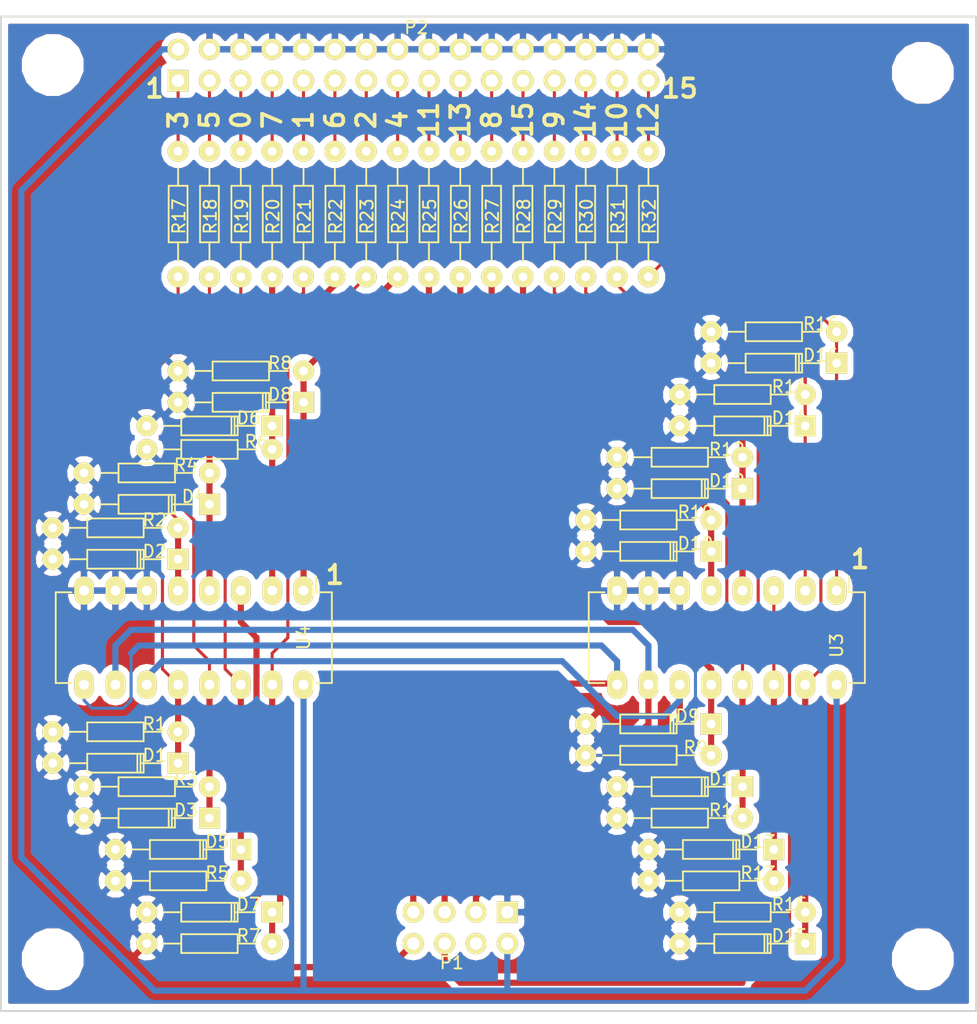
<source format=kicad_pcb>
(kicad_pcb (version 4) (host pcbnew 4.0.2+e4-6225~38~ubuntu15.10.1-stable)
  (layers (0 F.Cu signal) (31 B.Cu signal) (34 B.Paste user) (35 F.Paste user) (36 B.SilkS user) (37 F.SilkS user) (38 B.Mask user) (39 F.Mask user) (44 Edge.Cuts user))
  (net 0 "")
  (net 1 GND)
  (net 2 VCC)
  (net 3 /A)
  (net 4 /IN3)
  (net 5 /B)
  (net 6 /IN2)
  (net 7 /C)
  (net 8 /IN1)
  (net 9 /IN0)
  (net 10 /I0)
  (net 11 /I1)
  (net 12 /I2)
  (net 13 /I3)
  (net 14 /I4)
  (net 15 /I5)
  (net 16 /I6)
  (net 17 /I7)
  (net 18 /I8)
  (net 19 /I9)
  (net 20 /I10)
  (net 21 /I11)
  (net 22 /I12)
  (net 23 /I13)
  (net 24 /I14)
  (net 25 /I15)
  (net 26 /IN4)
  (net 27 /IN5)
  (net 28 /IN6)
  (net 29 /IN7)
  (net 30 /IN8)
  (net 31 /IN9)
  (net 32 /IN10)
  (net 33 /IN11)
  (net 34 /IN12)
  (net 35 /IN13)
  (net 36 /IN14)
  (net 37 /IN15)
  (net 38 /MUX1)
  (net 39 /MUX0)
  (module Mounting_Holes:MountingHole_4.5mm (layer F.Cu) (at 106.68 107.315)
    (fp_text reference "" (at 0 -5) (layer F.SilkS))
    (fp_text value "")
    (pad 1 np_thru_hole circle (at 0 0) (size 4 4) (drill 4) (layers *.Cu *.Mask F.SilkS))
  )
  (module Mounting_Holes:MountingHole_4.5mm (layer F.Cu) (at 36.195 107.315)
    (fp_text reference "" (at 0 -5) (layer F.SilkS))
    (fp_text value "")
    (pad 1 np_thru_hole circle (at 0 0) (size 4 4) (drill 4) (layers *.Cu *.Mask F.SilkS))
  )
  (module Mounting_Holes:MountingHole_4.5mm (layer F.Cu) (at 36.195 34.925)
    (fp_text reference "" (at 0 -5) (layer F.SilkS))
    (fp_text value "")
    (pad 1 np_thru_hole circle (at 0 0) (size 4 4) (drill 4) (layers *.Cu *.Mask F.SilkS))
  )
  (module Diodes_ThroughHole:Diode_DO-35_SOD27_Horizontal_RM10 (layer F.Cu) (at 46.355 91.44 180)
    (fp_text reference D1 (at 1.905 0.635 180) (layer F.SilkS))
    (fp_text value BAT85)
    (pad 2 thru_hole circle (at 10.16052 -0.00254) (size 1.69926 1.69926) (drill 0.70104) (layers *.Cu *.Mask F.SilkS) (net 1 GND))
    (pad 1 thru_hole rect (at 0.00052 -0.00254) (size 1.69926 1.69926) (drill 0.70104) (layers *.Cu *.Mask F.SilkS) (net 9 /IN0))
  )
  (module Diodes_ThroughHole:Diode_DO-35_SOD27_Horizontal_RM10 (layer F.Cu) (at 46.355 74.93 180)
    (fp_text reference D2 (at 1.905 0.635 180) (layer F.SilkS))
    (fp_text value BAT85)
    (pad 2 thru_hole circle (at 10.16052 -0.00254) (size 1.69926 1.69926) (drill 0.70104) (layers *.Cu *.Mask F.SilkS) (net 1 GND))
    (pad 1 thru_hole rect (at 0.00052 -0.00254) (size 1.69926 1.69926) (drill 0.70104) (layers *.Cu *.Mask F.SilkS) (net 8 /IN1))
  )
  (module Diodes_ThroughHole:Diode_DO-35_SOD27_Horizontal_RM10 (layer F.Cu) (at 48.895 95.885 180)
    (fp_text reference D3 (at 1.905 0.635 180) (layer F.SilkS))
    (fp_text value BAT85)
    (pad 2 thru_hole circle (at 10.16052 -0.00254) (size 1.69926 1.69926) (drill 0.70104) (layers *.Cu *.Mask F.SilkS) (net 1 GND))
    (pad 1 thru_hole rect (at 0.00052 -0.00254) (size 1.69926 1.69926) (drill 0.70104) (layers *.Cu *.Mask F.SilkS) (net 6 /IN2))
  )
  (module Diodes_ThroughHole:Diode_DO-35_SOD27_Horizontal_RM10 (layer F.Cu) (at 48.895 70.485 180)
    (fp_text reference D4 (at 1.27 0.635 180) (layer F.SilkS))
    (fp_text value BAT85)
    (pad 2 thru_hole circle (at 10.16052 -0.00254) (size 1.69926 1.69926) (drill 0.70104) (layers *.Cu *.Mask F.SilkS) (net 1 GND))
    (pad 1 thru_hole rect (at 0.00052 -0.00254) (size 1.69926 1.69926) (drill 0.70104) (layers *.Cu *.Mask F.SilkS) (net 4 /IN3))
  )
  (module Diodes_ThroughHole:Diode_DO-35_SOD27_Horizontal_RM10 (layer F.Cu) (at 51.435 98.425 180)
    (fp_text reference D5 (at 1.905 0.635 180) (layer F.SilkS))
    (fp_text value BAT85)
    (pad 2 thru_hole circle (at 10.16052 -0.00254) (size 1.69926 1.69926) (drill 0.70104) (layers *.Cu *.Mask F.SilkS) (net 1 GND))
    (pad 1 thru_hole rect (at 0.00052 -0.00254) (size 1.69926 1.69926) (drill 0.70104) (layers *.Cu *.Mask F.SilkS) (net 26 /IN4))
  )
  (module Diodes_ThroughHole:Diode_DO-35_SOD27_Horizontal_RM10 (layer F.Cu) (at 53.975 64.135 180)
    (fp_text reference D6 (at 1.905 0.635 180) (layer F.SilkS))
    (fp_text value BAT85)
    (pad 2 thru_hole circle (at 10.16052 -0.00254) (size 1.69926 1.69926) (drill 0.70104) (layers *.Cu *.Mask F.SilkS) (net 1 GND))
    (pad 1 thru_hole rect (at 0.00052 -0.00254) (size 1.69926 1.69926) (drill 0.70104) (layers *.Cu *.Mask F.SilkS) (net 27 /IN5))
  )
  (module Diodes_ThroughHole:Diode_DO-35_SOD27_Horizontal_RM10 (layer F.Cu) (at 53.975 103.505 180)
    (fp_text reference D7 (at 1.905 0.635 180) (layer F.SilkS))
    (fp_text value BAT85)
    (pad 2 thru_hole circle (at 10.16052 -0.00254) (size 1.69926 1.69926) (drill 0.70104) (layers *.Cu *.Mask F.SilkS) (net 1 GND))
    (pad 1 thru_hole rect (at 0.00052 -0.00254) (size 1.69926 1.69926) (drill 0.70104) (layers *.Cu *.Mask F.SilkS) (net 28 /IN6))
  )
  (module Diodes_ThroughHole:Diode_DO-35_SOD27_Horizontal_RM10 (layer F.Cu) (at 56.515 62.23 180)
    (fp_text reference D8 (at 1.905 0.635 180) (layer F.SilkS))
    (fp_text value BAT85)
    (pad 2 thru_hole circle (at 10.16052 -0.00254) (size 1.69926 1.69926) (drill 0.70104) (layers *.Cu *.Mask F.SilkS) (net 1 GND))
    (pad 1 thru_hole rect (at 0.00052 -0.00254) (size 1.69926 1.69926) (drill 0.70104) (layers *.Cu *.Mask F.SilkS) (net 29 /IN7))
  )
  (module Diodes_ThroughHole:Diode_DO-35_SOD27_Horizontal_RM10 (layer F.Cu) (at 89.535 88.265 180)
    (fp_text reference D9 (at 1.905 0.635 180) (layer F.SilkS))
    (fp_text value BAT85)
    (pad 2 thru_hole circle (at 10.16052 -0.00254) (size 1.69926 1.69926) (drill 0.70104) (layers *.Cu *.Mask F.SilkS) (net 1 GND))
    (pad 1 thru_hole rect (at 0.00052 -0.00254) (size 1.69926 1.69926) (drill 0.70104) (layers *.Cu *.Mask F.SilkS) (net 30 /IN8))
  )
  (module Diodes_ThroughHole:Diode_DO-35_SOD27_Horizontal_RM10 (layer F.Cu) (at 89.535 74.295 180)
    (fp_text reference D10 (at 1.27 0.635 180) (layer F.SilkS))
    (fp_text value BAT85)
    (pad 2 thru_hole circle (at 10.16052 -0.00254) (size 1.69926 1.69926) (drill 0.70104) (layers *.Cu *.Mask F.SilkS) (net 1 GND))
    (pad 1 thru_hole rect (at 0.00052 -0.00254) (size 1.69926 1.69926) (drill 0.70104) (layers *.Cu *.Mask F.SilkS) (net 31 /IN9))
  )
  (module Diodes_ThroughHole:Diode_DO-35_SOD27_Horizontal_RM10 (layer F.Cu) (at 92.075 93.345 180)
    (fp_text reference D11 (at 1.27 0.635 180) (layer F.SilkS))
    (fp_text value BAT85)
    (pad 2 thru_hole circle (at 10.16052 -0.00254) (size 1.69926 1.69926) (drill 0.70104) (layers *.Cu *.Mask F.SilkS) (net 1 GND))
    (pad 1 thru_hole rect (at 0.00052 -0.00254) (size 1.69926 1.69926) (drill 0.70104) (layers *.Cu *.Mask F.SilkS) (net 32 /IN10))
  )
  (module Diodes_ThroughHole:Diode_DO-35_SOD27_Horizontal_RM10 (layer F.Cu) (at 92.075 69.215 180)
    (fp_text reference D12 (at 1.27 0.635 180) (layer F.SilkS))
    (fp_text value BAT85)
    (pad 2 thru_hole circle (at 10.16052 -0.00254) (size 1.69926 1.69926) (drill 0.70104) (layers *.Cu *.Mask F.SilkS) (net 1 GND))
    (pad 1 thru_hole rect (at 0.00052 -0.00254) (size 1.69926 1.69926) (drill 0.70104) (layers *.Cu *.Mask F.SilkS) (net 33 /IN11))
  )
  (module Diodes_ThroughHole:Diode_DO-35_SOD27_Horizontal_RM10 (layer F.Cu) (at 94.615 98.425 180)
    (fp_text reference D13 (at 1.27 0.635 180) (layer F.SilkS))
    (fp_text value BAT85)
    (pad 2 thru_hole circle (at 10.16052 -0.00254) (size 1.69926 1.69926) (drill 0.70104) (layers *.Cu *.Mask F.SilkS) (net 1 GND))
    (pad 1 thru_hole rect (at 0.00052 -0.00254) (size 1.69926 1.69926) (drill 0.70104) (layers *.Cu *.Mask F.SilkS) (net 34 /IN12))
  )
  (module Diodes_ThroughHole:Diode_DO-35_SOD27_Horizontal_RM10 (layer F.Cu) (at 97.155 64.135 180)
    (fp_text reference D14 (at 1.27 0.635 180) (layer F.SilkS))
    (fp_text value BAT85)
    (pad 2 thru_hole circle (at 10.16052 -0.00254) (size 1.69926 1.69926) (drill 0.70104) (layers *.Cu *.Mask F.SilkS) (net 1 GND))
    (pad 1 thru_hole rect (at 0.00052 -0.00254) (size 1.69926 1.69926) (drill 0.70104) (layers *.Cu *.Mask F.SilkS) (net 35 /IN13))
  )
  (module Diodes_ThroughHole:Diode_DO-35_SOD27_Horizontal_RM10 (layer F.Cu) (at 97.155 106.045 180)
    (fp_text reference D15 (at 1.27 0.635 180) (layer F.SilkS))
    (fp_text value BAT85)
    (pad 2 thru_hole circle (at 10.16052 -0.00254) (size 1.69926 1.69926) (drill 0.70104) (layers *.Cu *.Mask F.SilkS) (net 1 GND))
    (pad 1 thru_hole rect (at 0.00052 -0.00254) (size 1.69926 1.69926) (drill 0.70104) (layers *.Cu *.Mask F.SilkS) (net 36 /IN14))
  )
  (module Diodes_ThroughHole:Diode_DO-35_SOD27_Horizontal_RM10 (layer F.Cu) (at 99.695 59.055 180)
    (fp_text reference D16 (at 1.27 0.635 180) (layer F.SilkS))
    (fp_text value BAT85)
    (pad 2 thru_hole circle (at 10.16052 -0.00254) (size 1.69926 1.69926) (drill 0.70104) (layers *.Cu *.Mask F.SilkS) (net 1 GND))
    (pad 1 thru_hole rect (at 0.00052 -0.00254) (size 1.69926 1.69926) (drill 0.70104) (layers *.Cu *.Mask F.SilkS) (net 37 /IN15))
  )
  (module Housings_DIP:DIP-16_W7.62mm_LongPads (layer F.Cu) (at 99.695 77.47 270)
    (fp_text reference U3 (at 4.445 0 270) (layer F.SilkS))
    (fp_text value 4051)
    (pad 1 thru_hole oval (at 0 0 270) (size 2.3 1.6) (drill 0.8) (layers *.Cu *.Mask F.SilkS) (net 37 /IN15))
    (pad 2 thru_hole oval (at 0 2.54 270) (size 2.3 1.6) (drill 0.8) (layers *.Cu *.Mask F.SilkS) (net 35 /IN13))
    (pad 3 thru_hole oval (at 0 5.08 270) (size 2.3 1.6) (drill 0.8) (layers *.Cu *.Mask F.SilkS) (net 38 /MUX1))
    (pad 4 thru_hole oval (at 0 7.62 270) (size 2.3 1.6) (drill 0.8) (layers *.Cu *.Mask F.SilkS) (net 33 /IN11))
    (pad 5 thru_hole oval (at 0 10.16 270) (size 2.3 1.6) (drill 0.8) (layers *.Cu *.Mask F.SilkS) (net 31 /IN9))
    (pad 6 thru_hole oval (at 0 12.7 270) (size 2.3 1.6) (drill 0.8) (layers *.Cu *.Mask F.SilkS) (net 1 GND))
    (pad 7 thru_hole oval (at 0 15.24 270) (size 2.3 1.6) (drill 0.8) (layers *.Cu *.Mask F.SilkS) (net 1 GND))
    (pad 8 thru_hole oval (at 0 17.78 270) (size 2.3 1.6) (drill 0.8) (layers *.Cu *.Mask F.SilkS) (net 1 GND))
    (pad 9 thru_hole oval (at 7.62 17.78 270) (size 2.3 1.6) (drill 0.8) (layers *.Cu *.Mask F.SilkS) (net 7 /C))
    (pad 10 thru_hole oval (at 7.62 15.24 270) (size 2.3 1.6) (drill 0.8) (layers *.Cu *.Mask F.SilkS) (net 5 /B))
    (pad 11 thru_hole oval (at 7.62 12.7 270) (size 2.3 1.6) (drill 0.8) (layers *.Cu *.Mask F.SilkS) (net 3 /A))
    (pad 12 thru_hole oval (at 7.62 10.16 270) (size 2.3 1.6) (drill 0.8) (layers *.Cu *.Mask F.SilkS) (net 30 /IN8))
    (pad 13 thru_hole oval (at 7.62 7.62 270) (size 2.3 1.6) (drill 0.8) (layers *.Cu *.Mask F.SilkS) (net 32 /IN10))
    (pad 14 thru_hole oval (at 7.62 5.08 270) (size 2.3 1.6) (drill 0.8) (layers *.Cu *.Mask F.SilkS) (net 34 /IN12))
    (pad 15 thru_hole oval (at 7.62 2.54 270) (size 2.3 1.6) (drill 0.8) (layers *.Cu *.Mask F.SilkS) (net 36 /IN14))
    (pad 16 thru_hole oval (at 7.62 0 270) (size 2.3 1.6) (drill 0.8) (layers *.Cu *.Mask F.SilkS) (net 2 VCC))
  )
  (module Housings_DIP:DIP-16_W7.62mm_LongPads (layer F.Cu) (at 56.515 77.47 270)
    (fp_text reference U4 (at 3.81 0 270) (layer F.SilkS))
    (fp_text value 4051)
    (pad 1 thru_hole oval (at 0 0 270) (size 2.3 1.6) (drill 0.8) (layers *.Cu *.Mask F.SilkS) (net 29 /IN7))
    (pad 2 thru_hole oval (at 0 2.54 270) (size 2.3 1.6) (drill 0.8) (layers *.Cu *.Mask F.SilkS) (net 27 /IN5))
    (pad 3 thru_hole oval (at 0 5.08 270) (size 2.3 1.6) (drill 0.8) (layers *.Cu *.Mask F.SilkS) (net 39 /MUX0))
    (pad 4 thru_hole oval (at 0 7.62 270) (size 2.3 1.6) (drill 0.8) (layers *.Cu *.Mask F.SilkS) (net 4 /IN3))
    (pad 5 thru_hole oval (at 0 10.16 270) (size 2.3 1.6) (drill 0.8) (layers *.Cu *.Mask F.SilkS) (net 8 /IN1))
    (pad 6 thru_hole oval (at 0 12.7 270) (size 2.3 1.6) (drill 0.8) (layers *.Cu *.Mask F.SilkS) (net 1 GND))
    (pad 7 thru_hole oval (at 0 15.24 270) (size 2.3 1.6) (drill 0.8) (layers *.Cu *.Mask F.SilkS) (net 1 GND))
    (pad 8 thru_hole oval (at 0 17.78 270) (size 2.3 1.6) (drill 0.8) (layers *.Cu *.Mask F.SilkS) (net 1 GND))
    (pad 9 thru_hole oval (at 7.62 17.78 270) (size 2.3 1.6) (drill 0.8) (layers *.Cu *.Mask F.SilkS) (net 7 /C))
    (pad 10 thru_hole oval (at 7.62 15.24 270) (size 2.3 1.6) (drill 0.8) (layers *.Cu *.Mask F.SilkS) (net 5 /B))
    (pad 11 thru_hole oval (at 7.62 12.7 270) (size 2.3 1.6) (drill 0.8) (layers *.Cu *.Mask F.SilkS) (net 3 /A))
    (pad 12 thru_hole oval (at 7.62 10.16 270) (size 2.3 1.6) (drill 0.8) (layers *.Cu *.Mask F.SilkS) (net 9 /IN0))
    (pad 13 thru_hole oval (at 7.62 7.62 270) (size 2.3 1.6) (drill 0.8) (layers *.Cu *.Mask F.SilkS) (net 6 /IN2))
    (pad 14 thru_hole oval (at 7.62 5.08 270) (size 2.3 1.6) (drill 0.8) (layers *.Cu *.Mask F.SilkS) (net 26 /IN4))
    (pad 15 thru_hole oval (at 7.62 2.54 270) (size 2.3 1.6) (drill 0.8) (layers *.Cu *.Mask F.SilkS) (net 28 /IN6))
    (pad 16 thru_hole oval (at 7.62 0 270) (size 2.3 1.6) (drill 0.8) (layers *.Cu *.Mask F.SilkS) (net 2 VCC))
  )
  (module Resistors_ThroughHole:RES35 (layer F.Cu) (at 46.355 88.9 180)
    (fp_text reference R1 (at 1.905 0.635 180) (layer F.SilkS))
    (fp_text value 4K7)
    (pad 2 thru_hole circle (at 10.16052 -0.00254) (size 1.69926 1.69926) (drill 0.70104) (layers *.Cu *.Mask F.SilkS) (net 1 GND))
    (pad 1 thru_hole circle (at 0.00052 -0.00254) (size 1.69926 1.69926) (drill 0.70104) (layers *.Cu *.Mask F.SilkS) (net 9 /IN0))
  )
  (module Resistors_ThroughHole:RES35 (layer F.Cu) (at 46.355 72.39 180)
    (fp_text reference R2 (at 1.905 0.635 180) (layer F.SilkS))
    (fp_text value 4K7)
    (pad 2 thru_hole circle (at 10.16052 -0.00254) (size 1.69926 1.69926) (drill 0.70104) (layers *.Cu *.Mask F.SilkS) (net 1 GND))
    (pad 1 thru_hole circle (at 0.00052 -0.00254) (size 1.69926 1.69926) (drill 0.70104) (layers *.Cu *.Mask F.SilkS) (net 8 /IN1))
  )
  (module Resistors_ThroughHole:RES35 (layer F.Cu) (at 48.895 93.345 180)
    (fp_text reference R3 (at 1.905 0.635 180) (layer F.SilkS))
    (fp_text value 4K7)
    (pad 2 thru_hole circle (at 10.16052 -0.00254) (size 1.69926 1.69926) (drill 0.70104) (layers *.Cu *.Mask F.SilkS) (net 1 GND))
    (pad 1 thru_hole circle (at 0.00052 -0.00254) (size 1.69926 1.69926) (drill 0.70104) (layers *.Cu *.Mask F.SilkS) (net 6 /IN2))
  )
  (module Resistors_ThroughHole:RES35 (layer F.Cu) (at 48.895 67.945 180)
    (fp_text reference R4 (at 1.905 0.635 180) (layer F.SilkS))
    (fp_text value 4K7)
    (pad 2 thru_hole circle (at 10.16052 -0.00254) (size 1.69926 1.69926) (drill 0.70104) (layers *.Cu *.Mask F.SilkS) (net 1 GND))
    (pad 1 thru_hole circle (at 0.00052 -0.00254) (size 1.69926 1.69926) (drill 0.70104) (layers *.Cu *.Mask F.SilkS) (net 4 /IN3))
  )
  (module Resistors_ThroughHole:RES35 (layer F.Cu) (at 51.435 100.965 180)
    (fp_text reference R5 (at 1.905 0.635 180) (layer F.SilkS))
    (fp_text value 4K7)
    (pad 2 thru_hole circle (at 10.16052 -0.00254) (size 1.69926 1.69926) (drill 0.70104) (layers *.Cu *.Mask F.SilkS) (net 1 GND))
    (pad 1 thru_hole circle (at 0.00052 -0.00254) (size 1.69926 1.69926) (drill 0.70104) (layers *.Cu *.Mask F.SilkS) (net 26 /IN4))
  )
  (module Resistors_ThroughHole:RES35 (layer F.Cu) (at 53.975 66.04 180)
    (fp_text reference R6 (at 1.27 0.635 180) (layer F.SilkS))
    (fp_text value 4K7)
    (pad 2 thru_hole circle (at 10.16052 -0.00254) (size 1.69926 1.69926) (drill 0.70104) (layers *.Cu *.Mask F.SilkS) (net 1 GND))
    (pad 1 thru_hole circle (at 0.00052 -0.00254) (size 1.69926 1.69926) (drill 0.70104) (layers *.Cu *.Mask F.SilkS) (net 27 /IN5))
  )
  (module Resistors_ThroughHole:RES35 (layer F.Cu) (at 53.975 106.045 180)
    (fp_text reference R7 (at 1.905 0.635 180) (layer F.SilkS))
    (fp_text value 4K7)
    (pad 2 thru_hole circle (at 10.16052 -0.00254) (size 1.69926 1.69926) (drill 0.70104) (layers *.Cu *.Mask F.SilkS) (net 1 GND))
    (pad 1 thru_hole circle (at 0.00052 -0.00254) (size 1.69926 1.69926) (drill 0.70104) (layers *.Cu *.Mask F.SilkS) (net 28 /IN6))
  )
  (module Resistors_ThroughHole:RES35 (layer F.Cu) (at 56.515 59.69 180)
    (fp_text reference R8 (at 1.905 0.635 180) (layer F.SilkS))
    (fp_text value 4K7)
    (pad 2 thru_hole circle (at 10.16052 -0.00254) (size 1.69926 1.69926) (drill 0.70104) (layers *.Cu *.Mask F.SilkS) (net 1 GND))
    (pad 1 thru_hole circle (at 0.00052 -0.00254) (size 1.69926 1.69926) (drill 0.70104) (layers *.Cu *.Mask F.SilkS) (net 29 /IN7))
  )
  (module Resistors_ThroughHole:RES35 (layer F.Cu) (at 89.535 90.805 180)
    (fp_text reference R9 (at 1.27 0.635 180) (layer F.SilkS))
    (fp_text value 4K7)
    (pad 2 thru_hole circle (at 10.16052 -0.00254) (size 1.69926 1.69926) (drill 0.70104) (layers *.Cu *.Mask F.SilkS) (net 1 GND))
    (pad 1 thru_hole circle (at 0.00052 -0.00254) (size 1.69926 1.69926) (drill 0.70104) (layers *.Cu *.Mask F.SilkS) (net 30 /IN8))
  )
  (module Resistors_ThroughHole:RES35 (layer F.Cu) (at 89.535 71.755 180)
    (fp_text reference R10 (at 1.27 0.635 180) (layer F.SilkS))
    (fp_text value 4K7)
    (pad 2 thru_hole circle (at 10.16052 -0.00254) (size 1.69926 1.69926) (drill 0.70104) (layers *.Cu *.Mask F.SilkS) (net 1 GND))
    (pad 1 thru_hole circle (at 0.00052 -0.00254) (size 1.69926 1.69926) (drill 0.70104) (layers *.Cu *.Mask F.SilkS) (net 31 /IN9))
  )
  (module Resistors_ThroughHole:RES35 (layer F.Cu) (at 92.075 95.885 180)
    (fp_text reference R11 (at 1.27 0.635 180) (layer F.SilkS))
    (fp_text value 4K7)
    (pad 2 thru_hole circle (at 10.16052 -0.00254) (size 1.69926 1.69926) (drill 0.70104) (layers *.Cu *.Mask F.SilkS) (net 1 GND))
    (pad 1 thru_hole circle (at 0.00052 -0.00254) (size 1.69926 1.69926) (drill 0.70104) (layers *.Cu *.Mask F.SilkS) (net 32 /IN10))
  )
  (module Resistors_ThroughHole:RES35 (layer F.Cu) (at 92.075 66.675 180)
    (fp_text reference R12 (at 1.27 0.635 180) (layer F.SilkS))
    (fp_text value 4K7)
    (pad 2 thru_hole circle (at 10.16052 -0.00254) (size 1.69926 1.69926) (drill 0.70104) (layers *.Cu *.Mask F.SilkS) (net 1 GND))
    (pad 1 thru_hole circle (at 0.00052 -0.00254) (size 1.69926 1.69926) (drill 0.70104) (layers *.Cu *.Mask F.SilkS) (net 33 /IN11))
  )
  (module Resistors_ThroughHole:RES35 (layer F.Cu) (at 94.615 100.965 180)
    (fp_text reference R13 (at 1.27 0.635 180) (layer F.SilkS))
    (fp_text value 4K7)
    (pad 2 thru_hole circle (at 10.16052 -0.00254) (size 1.69926 1.69926) (drill 0.70104) (layers *.Cu *.Mask F.SilkS) (net 1 GND))
    (pad 1 thru_hole circle (at 0.00052 -0.00254) (size 1.69926 1.69926) (drill 0.70104) (layers *.Cu *.Mask F.SilkS) (net 34 /IN12))
  )
  (module Resistors_ThroughHole:RES35 (layer F.Cu) (at 97.155 61.595 180)
    (fp_text reference R14 (at 1.27 0.635 180) (layer F.SilkS))
    (fp_text value 4K7)
    (pad 2 thru_hole circle (at 10.16052 -0.00254) (size 1.69926 1.69926) (drill 0.70104) (layers *.Cu *.Mask F.SilkS) (net 1 GND))
    (pad 1 thru_hole circle (at 0.00052 -0.00254) (size 1.69926 1.69926) (drill 0.70104) (layers *.Cu *.Mask F.SilkS) (net 35 /IN13))
  )
  (module Resistors_ThroughHole:RES35 (layer F.Cu) (at 97.155 103.505 180)
    (fp_text reference R15 (at 1.27 0.635 180) (layer F.SilkS))
    (fp_text value 4K7)
    (pad 2 thru_hole circle (at 10.16052 -0.00254) (size 1.69926 1.69926) (drill 0.70104) (layers *.Cu *.Mask F.SilkS) (net 1 GND))
    (pad 1 thru_hole circle (at 0.00052 -0.00254) (size 1.69926 1.69926) (drill 0.70104) (layers *.Cu *.Mask F.SilkS) (net 36 /IN14))
  )
  (module Resistors_ThroughHole:RES35 (layer F.Cu) (at 99.695 56.515 180)
    (fp_text reference R16 (at 1.27 0.635 180) (layer F.SilkS))
    (fp_text value 4K7)
    (pad 2 thru_hole circle (at 10.16052 -0.00254) (size 1.69926 1.69926) (drill 0.70104) (layers *.Cu *.Mask F.SilkS) (net 1 GND))
    (pad 1 thru_hole circle (at 0.00052 -0.00254) (size 1.69926 1.69926) (drill 0.70104) (layers *.Cu *.Mask F.SilkS) (net 37 /IN15))
  )
  (module Resistors_ThroughHole:RES35 (layer F.Cu) (at 46.355 52.07 90)
    (fp_text reference R17 (at 4.8895 0.0635 90) (layer F.SilkS))
    (fp_text value 100)
    (pad 2 thru_hole circle (at 10.16052 -0.00254 270) (size 1.69926 1.69926) (drill 0.70104) (layers *.Cu *.Mask F.SilkS) (net 10 /I0))
    (pad 1 thru_hole circle (at 0.00052 -0.00254 270) (size 1.69926 1.69926) (drill 0.70104) (layers *.Cu *.Mask F.SilkS) (net 9 /IN0))
  )
  (module Resistors_ThroughHole:RES35 (layer F.Cu) (at 48.895 52.07 90)
    (fp_text reference R18 (at 4.8895 0.0635 90) (layer F.SilkS))
    (fp_text value 100)
    (pad 2 thru_hole circle (at 10.16052 -0.00254 270) (size 1.69926 1.69926) (drill 0.70104) (layers *.Cu *.Mask F.SilkS) (net 11 /I1))
    (pad 1 thru_hole circle (at 0.00052 -0.00254 270) (size 1.69926 1.69926) (drill 0.70104) (layers *.Cu *.Mask F.SilkS) (net 8 /IN1))
  )
  (module Resistors_ThroughHole:RES35 (layer F.Cu) (at 51.435 52.07 90)
    (fp_text reference R19 (at 4.8895 0.0635 90) (layer F.SilkS))
    (fp_text value 100)
    (pad 2 thru_hole circle (at 10.16052 -0.00254 270) (size 1.69926 1.69926) (drill 0.70104) (layers *.Cu *.Mask F.SilkS) (net 12 /I2))
    (pad 1 thru_hole circle (at 0.00052 -0.00254 270) (size 1.69926 1.69926) (drill 0.70104) (layers *.Cu *.Mask F.SilkS) (net 6 /IN2))
  )
  (module Resistors_ThroughHole:RES35 (layer F.Cu) (at 53.975 52.07 90)
    (fp_text reference R20 (at 4.8895 0.0635 90) (layer F.SilkS))
    (fp_text value 100)
    (pad 2 thru_hole circle (at 10.16052 -0.00254 270) (size 1.69926 1.69926) (drill 0.70104) (layers *.Cu *.Mask F.SilkS) (net 13 /I3))
    (pad 1 thru_hole circle (at 0.00052 -0.00254 270) (size 1.69926 1.69926) (drill 0.70104) (layers *.Cu *.Mask F.SilkS) (net 4 /IN3))
  )
  (module Resistors_ThroughHole:RES35 (layer F.Cu) (at 56.515 52.07 90)
    (fp_text reference R21 (at 4.8895 0.0635 90) (layer F.SilkS))
    (fp_text value 100)
    (pad 2 thru_hole circle (at 10.16052 -0.00254 270) (size 1.69926 1.69926) (drill 0.70104) (layers *.Cu *.Mask F.SilkS) (net 14 /I4))
    (pad 1 thru_hole circle (at 0.00052 -0.00254 270) (size 1.69926 1.69926) (drill 0.70104) (layers *.Cu *.Mask F.SilkS) (net 26 /IN4))
  )
  (module Resistors_ThroughHole:RES35 (layer F.Cu) (at 59.055 52.07 90)
    (fp_text reference R22 (at 4.8895 0.0635 90) (layer F.SilkS))
    (fp_text value 100)
    (pad 2 thru_hole circle (at 10.16052 -0.00254 270) (size 1.69926 1.69926) (drill 0.70104) (layers *.Cu *.Mask F.SilkS) (net 15 /I5))
    (pad 1 thru_hole circle (at 0.00052 -0.00254 270) (size 1.69926 1.69926) (drill 0.70104) (layers *.Cu *.Mask F.SilkS) (net 27 /IN5))
  )
  (module Resistors_ThroughHole:RES35 (layer F.Cu) (at 61.595 52.07 90)
    (fp_text reference R23 (at 4.8895 0.0635 90) (layer F.SilkS))
    (fp_text value 100)
    (pad 2 thru_hole circle (at 10.16052 -0.00254 270) (size 1.69926 1.69926) (drill 0.70104) (layers *.Cu *.Mask F.SilkS) (net 16 /I6))
    (pad 1 thru_hole circle (at 0.00052 -0.00254 270) (size 1.69926 1.69926) (drill 0.70104) (layers *.Cu *.Mask F.SilkS) (net 28 /IN6))
  )
  (module Resistors_ThroughHole:RES35 (layer F.Cu) (at 64.135 52.07 90)
    (fp_text reference R24 (at 4.8895 0.0635 90) (layer F.SilkS))
    (fp_text value 100)
    (pad 2 thru_hole circle (at 10.16052 -0.00254 270) (size 1.69926 1.69926) (drill 0.70104) (layers *.Cu *.Mask F.SilkS) (net 17 /I7))
    (pad 1 thru_hole circle (at 0.00052 -0.00254 270) (size 1.69926 1.69926) (drill 0.70104) (layers *.Cu *.Mask F.SilkS) (net 29 /IN7))
  )
  (module Resistors_ThroughHole:RES35 (layer F.Cu) (at 66.675 52.07 90)
    (fp_text reference R25 (at 4.8895 0.0635 90) (layer F.SilkS))
    (fp_text value 100)
    (pad 2 thru_hole circle (at 10.16052 -0.00254 270) (size 1.69926 1.69926) (drill 0.70104) (layers *.Cu *.Mask F.SilkS) (net 18 /I8))
    (pad 1 thru_hole circle (at 0.00052 -0.00254 270) (size 1.69926 1.69926) (drill 0.70104) (layers *.Cu *.Mask F.SilkS) (net 30 /IN8))
  )
  (module Resistors_ThroughHole:RES35 (layer F.Cu) (at 69.215 52.07 90)
    (fp_text reference R26 (at 4.8895 0.0635 90) (layer F.SilkS))
    (fp_text value 100)
    (pad 2 thru_hole circle (at 10.16052 -0.00254 270) (size 1.69926 1.69926) (drill 0.70104) (layers *.Cu *.Mask F.SilkS) (net 19 /I9))
    (pad 1 thru_hole circle (at 0.00052 -0.00254 270) (size 1.69926 1.69926) (drill 0.70104) (layers *.Cu *.Mask F.SilkS) (net 31 /IN9))
  )
  (module Resistors_ThroughHole:RES35 (layer F.Cu) (at 71.755 52.07 90)
    (fp_text reference R27 (at 4.8895 0.0635 90) (layer F.SilkS))
    (fp_text value 100)
    (pad 2 thru_hole circle (at 10.16052 -0.00254 270) (size 1.69926 1.69926) (drill 0.70104) (layers *.Cu *.Mask F.SilkS) (net 20 /I10))
    (pad 1 thru_hole circle (at 0.00052 -0.00254 270) (size 1.69926 1.69926) (drill 0.70104) (layers *.Cu *.Mask F.SilkS) (net 32 /IN10))
  )
  (module Resistors_ThroughHole:RES35 (layer F.Cu) (at 74.295 52.07 90)
    (fp_text reference R28 (at 4.8895 0.0635 90) (layer F.SilkS))
    (fp_text value 100)
    (pad 2 thru_hole circle (at 10.16052 -0.00254 270) (size 1.69926 1.69926) (drill 0.70104) (layers *.Cu *.Mask F.SilkS) (net 21 /I11))
    (pad 1 thru_hole circle (at 0.00052 -0.00254 270) (size 1.69926 1.69926) (drill 0.70104) (layers *.Cu *.Mask F.SilkS) (net 33 /IN11))
  )
  (module Resistors_ThroughHole:RES35 (layer F.Cu) (at 76.835 52.07 90)
    (fp_text reference R29 (at 4.8895 0.0635 90) (layer F.SilkS))
    (fp_text value 100)
    (pad 2 thru_hole circle (at 10.16052 -0.00254 270) (size 1.69926 1.69926) (drill 0.70104) (layers *.Cu *.Mask F.SilkS) (net 22 /I12))
    (pad 1 thru_hole circle (at 0.00052 -0.00254 270) (size 1.69926 1.69926) (drill 0.70104) (layers *.Cu *.Mask F.SilkS) (net 34 /IN12))
  )
  (module Resistors_ThroughHole:RES35 (layer F.Cu) (at 79.375 52.07 90)
    (fp_text reference R30 (at 4.8895 0.0635 90) (layer F.SilkS))
    (fp_text value 100)
    (pad 2 thru_hole circle (at 10.16052 -0.00254 270) (size 1.69926 1.69926) (drill 0.70104) (layers *.Cu *.Mask F.SilkS) (net 23 /I13))
    (pad 1 thru_hole circle (at 0.00052 -0.00254 270) (size 1.69926 1.69926) (drill 0.70104) (layers *.Cu *.Mask F.SilkS) (net 35 /IN13))
  )
  (module Resistors_ThroughHole:RES35 (layer F.Cu) (at 81.915 52.07 90)
    (fp_text reference R31 (at 4.8895 0.0635 90) (layer F.SilkS))
    (fp_text value 100)
    (pad 2 thru_hole circle (at 10.16052 -0.00254 270) (size 1.69926 1.69926) (drill 0.70104) (layers *.Cu *.Mask F.SilkS) (net 24 /I14))
    (pad 1 thru_hole circle (at 0.00052 -0.00254 270) (size 1.69926 1.69926) (drill 0.70104) (layers *.Cu *.Mask F.SilkS) (net 36 /IN14))
  )
  (module Resistors_ThroughHole:RES35 (layer F.Cu) (at 84.455 52.07 90)
    (fp_text reference R32 (at 4.8895 0.0635 90) (layer F.SilkS))
    (fp_text value 100)
    (pad 2 thru_hole circle (at 10.16052 -0.00254 270) (size 1.69926 1.69926) (drill 0.70104) (layers *.Cu *.Mask F.SilkS) (net 25 /I15))
    (pad 1 thru_hole circle (at 0.00052 -0.00254 270) (size 1.69926 1.69926) (drill 0.70104) (layers *.Cu *.Mask F.SilkS) (net 37 /IN15))
  )
  (module Connect:Header_Straight_8pins (layer F.Cu) (at 73.025 103.505 180)
    (fp_text reference P1 (at 4.5 -4.1 180) (layer F.SilkS))
    (fp_text value CONN_02X04)
    (pad 1 thru_hole rect (at 0 0 180) (size 1.7272 1.7272) (drill 1.016) (layers *.Cu *.Mask F.SilkS) (net 1 GND))
    (pad 2 thru_hole oval (at 0 -2.54 180) (size 1.7272 1.7272) (drill 1.016) (layers *.Cu *.Mask F.SilkS) (net 2 VCC))
    (pad 3 thru_hole oval (at 2.54 0 180) (size 1.7272 1.7272) (drill 1.016) (layers *.Cu *.Mask F.SilkS) (net 3 /A))
    (pad 4 thru_hole oval (at 2.54 -2.54 180) (size 1.7272 1.7272) (drill 1.016) (layers *.Cu *.Mask F.SilkS))
    (pad 5 thru_hole oval (at 5.08 0 180) (size 1.7272 1.7272) (drill 1.016) (layers *.Cu *.Mask F.SilkS) (net 5 /B))
    (pad 6 thru_hole oval (at 5.08 -2.54 180) (size 1.7272 1.7272) (drill 1.016) (layers *.Cu *.Mask F.SilkS) (net 38 /MUX1))
    (pad 7 thru_hole oval (at 7.62 0 180) (size 1.7272 1.7272) (drill 1.016) (layers *.Cu *.Mask F.SilkS) (net 7 /C))
    (pad 8 thru_hole oval (at 7.62 -2.54 180) (size 1.7272 1.7272) (drill 1.016) (layers *.Cu *.Mask F.SilkS) (net 39 /MUX0))
  )
  (module Connect:Header_Straight_32pins (layer F.Cu) (at 46.355 36.195)
    (fp_text reference P2 (at 19.3 -4.3) (layer F.SilkS))
    (fp_text value CONN_02X16)
    (pad 1 thru_hole rect (at 0 0) (size 1.7272 1.7272) (drill 1.016) (layers *.Cu *.Mask F.SilkS) (net 10 /I0))
    (pad 2 thru_hole oval (at 0 -2.54) (size 1.7272 1.7272) (drill 1.016) (layers *.Cu *.Mask F.SilkS) (net 2 VCC))
    (pad 3 thru_hole oval (at 2.54 0) (size 1.7272 1.7272) (drill 1.016) (layers *.Cu *.Mask F.SilkS) (net 11 /I1))
    (pad 4 thru_hole oval (at 2.54 -2.54) (size 1.7272 1.7272) (drill 1.016) (layers *.Cu *.Mask F.SilkS) (net 1 GND))
    (pad 5 thru_hole oval (at 5.08 0) (size 1.7272 1.7272) (drill 1.016) (layers *.Cu *.Mask F.SilkS) (net 12 /I2))
    (pad 6 thru_hole oval (at 5.08 -2.54) (size 1.7272 1.7272) (drill 1.016) (layers *.Cu *.Mask F.SilkS) (net 1 GND))
    (pad 7 thru_hole oval (at 7.62 0) (size 1.7272 1.7272) (drill 1.016) (layers *.Cu *.Mask F.SilkS) (net 13 /I3))
    (pad 8 thru_hole oval (at 7.62 -2.54) (size 1.7272 1.7272) (drill 1.016) (layers *.Cu *.Mask F.SilkS) (net 1 GND))
    (pad 9 thru_hole oval (at 10.16 0) (size 1.7272 1.7272) (drill 1.016) (layers *.Cu *.Mask F.SilkS) (net 14 /I4))
    (pad 10 thru_hole oval (at 10.16 -2.54) (size 1.7272 1.7272) (drill 1.016) (layers *.Cu *.Mask F.SilkS) (net 1 GND))
    (pad 11 thru_hole oval (at 12.7 0) (size 1.7272 1.7272) (drill 1.016) (layers *.Cu *.Mask F.SilkS) (net 15 /I5))
    (pad 12 thru_hole oval (at 12.7 -2.54) (size 1.7272 1.7272) (drill 1.016) (layers *.Cu *.Mask F.SilkS) (net 1 GND))
    (pad 13 thru_hole oval (at 15.24 0) (size 1.7272 1.7272) (drill 1.016) (layers *.Cu *.Mask F.SilkS) (net 16 /I6))
    (pad 14 thru_hole oval (at 15.24 -2.54) (size 1.7272 1.7272) (drill 1.016) (layers *.Cu *.Mask F.SilkS) (net 1 GND))
    (pad 15 thru_hole oval (at 17.78 0) (size 1.7272 1.7272) (drill 1.016) (layers *.Cu *.Mask F.SilkS) (net 17 /I7))
    (pad 16 thru_hole oval (at 17.78 -2.54) (size 1.7272 1.7272) (drill 1.016) (layers *.Cu *.Mask F.SilkS) (net 1 GND))
    (pad 17 thru_hole oval (at 20.32 0) (size 1.7272 1.7272) (drill 1.016) (layers *.Cu *.Mask F.SilkS) (net 18 /I8))
    (pad 18 thru_hole oval (at 20.32 -2.54) (size 1.7272 1.7272) (drill 1.016) (layers *.Cu *.Mask F.SilkS) (net 1 GND))
    (pad 19 thru_hole oval (at 22.86 0) (size 1.7272 1.7272) (drill 1.016) (layers *.Cu *.Mask F.SilkS) (net 19 /I9))
    (pad 20 thru_hole oval (at 22.86 -2.54) (size 1.7272 1.7272) (drill 1.016) (layers *.Cu *.Mask F.SilkS) (net 1 GND))
    (pad 21 thru_hole oval (at 25.4 0) (size 1.7272 1.7272) (drill 1.016) (layers *.Cu *.Mask F.SilkS) (net 20 /I10))
    (pad 22 thru_hole oval (at 25.4 -2.54) (size 1.7272 1.7272) (drill 1.016) (layers *.Cu *.Mask F.SilkS) (net 1 GND))
    (pad 23 thru_hole oval (at 27.94 0) (size 1.7272 1.7272) (drill 1.016) (layers *.Cu *.Mask F.SilkS) (net 21 /I11))
    (pad 24 thru_hole oval (at 27.94 -2.54) (size 1.7272 1.7272) (drill 1.016) (layers *.Cu *.Mask F.SilkS) (net 1 GND))
    (pad 25 thru_hole oval (at 30.48 0) (size 1.7272 1.7272) (drill 1.016) (layers *.Cu *.Mask F.SilkS) (net 22 /I12))
    (pad 26 thru_hole oval (at 30.48 -2.54) (size 1.7272 1.7272) (drill 1.016) (layers *.Cu *.Mask F.SilkS) (net 1 GND))
    (pad 27 thru_hole oval (at 33.02 0) (size 1.7272 1.7272) (drill 1.016) (layers *.Cu *.Mask F.SilkS) (net 23 /I13))
    (pad 28 thru_hole oval (at 33.02 -2.54) (size 1.7272 1.7272) (drill 1.016) (layers *.Cu *.Mask F.SilkS) (net 1 GND))
    (pad 29 thru_hole oval (at 35.56 0) (size 1.7272 1.7272) (drill 1.016) (layers *.Cu *.Mask F.SilkS) (net 24 /I14))
    (pad 30 thru_hole oval (at 35.56 -2.54) (size 1.7272 1.7272) (drill 1.016) (layers *.Cu *.Mask F.SilkS) (net 1 GND))
    (pad 31 thru_hole oval (at 38.1 0) (size 1.7272 1.7272) (drill 1.016) (layers *.Cu *.Mask F.SilkS) (net 25 /I15))
    (pad 32 thru_hole oval (at 38.1 -2.54) (size 1.7272 1.7272) (drill 1.016) (layers *.Cu *.Mask F.SilkS) (net 1 GND))
  )
  (module Mounting_Holes:MountingHole_4.5mm (layer F.Cu) (at 106.68 35.56)
    (fp_text reference "" (at 0 -5) (layer F.SilkS))
    (fp_text value "")
    (pad 1 np_thru_hole circle (at 0 0) (size 4 4) (drill 4) (layers *.Cu *.Mask F.SilkS))
  )
  (gr_line (start 111 111.5) (end 104.5 111.5) (angle 90) (layer Edge.Cuts) (width 0.15))
  (gr_line (start 111 31) (end 111 111.5) (angle 90) (layer Edge.Cuts) (width 0.15))
  (gr_line (start 104.5 31) (end 111 31) (angle 90) (layer Edge.Cuts) (width 0.15))
  (gr_text 12 (at 84.455 39.37 90) (layer F.SilkS) (effects (font (size 1.5 1.5) (thickness 0.3))))
  (gr_text 10 (at 81.915 39.37 90) (layer F.SilkS) (effects (font (size 1.5 1.5) (thickness 0.3))))
  (gr_text 14 (at 79.375 39.37 90) (layer F.SilkS) (effects (font (size 1.5 1.5) (thickness 0.3))))
  (gr_text 9 (at 76.835 39.37 90) (layer F.SilkS) (effects (font (size 1.5 1.5) (thickness 0.3))))
  (gr_text 15 (at 74.295 39.37 90) (layer F.SilkS) (effects (font (size 1.5 1.5) (thickness 0.3))))
  (gr_text 8 (at 71.755 39.37 90) (layer F.SilkS) (effects (font (size 1.5 1.5) (thickness 0.3))))
  (gr_text 13 (at 69.215 39.37 90) (layer F.SilkS) (effects (font (size 1.5 1.5) (thickness 0.3))))
  (gr_text 11 (at 66.675 39.37 90) (layer F.SilkS) (effects (font (size 1.5 1.5) (thickness 0.3))))
  (gr_text 4 (at 64.135 39.37 90) (layer F.SilkS) (effects (font (size 1.5 1.5) (thickness 0.3))))
  (gr_text 2 (at 61.595 39.37 90) (layer F.SilkS) (effects (font (size 1.5 1.5) (thickness 0.3))))
  (gr_text 6 (at 59.055 39.37 90) (layer F.SilkS) (effects (font (size 1.5 1.5) (thickness 0.3))))
  (gr_text 1 (at 56.515 39.37 90) (layer F.SilkS) (effects (font (size 1.5 1.5) (thickness 0.3))))
  (gr_text 7 (at 53.975 39.37 90) (layer F.SilkS) (effects (font (size 1.5 1.5) (thickness 0.3))))
  (gr_text 0 (at 51.435 39.37 90) (layer F.SilkS) (effects (font (size 1.5 1.5) (thickness 0.3))))
  (gr_text 5 (at 48.895 39.37 90) (layer F.SilkS) (effects (font (size 1.5 1.5) (thickness 0.3))))
  (gr_text 3 (at 46.355 39.37 90) (layer F.SilkS) (effects (font (size 1.5 1.5) (thickness 0.3))))
  (gr_line (start 32 111.5) (end 104.5 111.5) (angle 90) (layer Edge.Cuts) (width 0.15))
  (gr_line (start 32 31) (end 32 111.5) (angle 90) (layer Edge.Cuts) (width 0.15))
  (gr_line (start 104.5 31) (end 32 31) (angle 90) (layer Edge.Cuts) (width 0.15))
  (gr_text 1 (at 101.6 74.93) (layer F.SilkS) (effects (font (size 1.5 1.5) (thickness 0.3))))
  (gr_text 15 (at 86.995 36.83) (layer F.SilkS) (effects (font (size 1.5 1.5) (thickness 0.3))))
  (gr_text 1 (at 44.45 36.83) (layer F.SilkS) (effects (font (size 1.5 1.5) (thickness 0.3))))
  (gr_text 1 (at 59.055 76.2) (layer F.SilkS) (effects (font (size 1.5 1.5) (thickness 0.3))))
  (segment (start 86.995 77.47) (end 86.995 80.645) (width 0.25) (layer B.Cu) (net 1))
  (segment (start 86.995 80.645) (end 88.265 81.915) (width 0.25) (layer B.Cu) (net 1))
  (segment (start 88.265 81.915) (end 88.265 86.995) (width 0.25) (layer B.Cu) (net 1))
  (segment (start 88.265 86.995) (end 84.45246 90.80754) (width 0.25) (layer B.Cu) (net 1))
  (segment (start 84.45246 90.80754) (end 79.37448 90.80754) (width 0.25) (layer B.Cu) (net 1))
  (segment (start 44.45 109.855) (end 33.655 99.06) (width 0.5) (layer B.Cu) (net 2))
  (segment (start 73.025 106.045) (end 73.025 109.855) (width 0.5) (layer B.Cu) (net 2))
  (segment (start 56.515 85.09) (end 56.515 109.855) (width 0.5) (layer B.Cu) (net 2))
  (segment (start 99.695 85.09) (end 99.695 107.315) (width 0.5) (layer B.Cu) (net 2))
  (segment (start 99.695 107.315) (end 97.155 109.855) (width 0.5) (layer B.Cu) (net 2))
  (segment (start 97.155 109.855) (end 44.45 109.855) (width 0.5) (layer B.Cu) (net 2))
  (segment (start 33.655 99.06) (end 33.655 45.085) (width 0.5) (layer B.Cu) (net 2))
  (segment (start 33.655 45.085) (end 45.085 33.655) (width 0.5) (layer B.Cu) (net 2))
  (segment (start 45.085 33.655) (end 46.355 33.655) (width 0.5) (layer B.Cu) (net 2))
  (segment (start 46.355 33.655) (end 45.085 33.655) (width 0.25) (layer B.Cu) (net 2))
  (segment (start 44.45 109.855) (end 56.515 109.855) (width 0.25) (layer B.Cu) (net 2))
  (segment (start 56.515 109.855) (end 73.025 109.855) (width 0.25) (layer B.Cu) (net 2))
  (segment (start 43.815 85.09) (end 43.815 84.455) (width 0.5) (layer B.Cu) (net 3))
  (segment (start 43.815 84.455) (end 45.085 83.185) (width 0.5) (layer B.Cu) (net 3))
  (segment (start 45.085 83.185) (end 77.47 83.185) (width 0.5) (layer B.Cu) (net 3))
  (segment (start 77.47 83.185) (end 81.915 87.63) (width 0.5) (layer B.Cu) (net 3))
  (segment (start 81.915 87.63) (end 85.725 87.63) (width 0.5) (layer B.Cu) (net 3))
  (segment (start 85.725 87.63) (end 86.995 86.36) (width 0.5) (layer B.Cu) (net 3))
  (segment (start 86.995 86.36) (end 86.995 85.09) (width 0.5) (layer B.Cu) (net 3))
  (segment (start 70.485 103.505) (end 70.485 102.235) (width 0.5) (layer F.Cu) (net 3))
  (segment (start 70.485 102.235) (end 74.93 97.79) (width 0.5) (layer F.Cu) (net 3))
  (segment (start 74.93 97.79) (end 82.55 97.79) (width 0.5) (layer F.Cu) (net 3))
  (segment (start 82.55 97.79) (end 86.995 93.345) (width 0.5) (layer F.Cu) (net 3))
  (segment (start 86.995 93.345) (end 86.995 85.09) (width 0.5) (layer F.Cu) (net 3))
  (segment (start 43.815 84.455) (end 45.085 83.185) (width 0.25) (layer B.Cu) (net 3))
  (segment (start 86.995 85.09) (end 86.995 93.345) (width 0.25) (layer F.Cu) (net 3))
  (segment (start 74.93 97.79) (end 70.485 102.235) (width 0.25) (layer F.Cu) (net 3))
  (segment (start 86.995 93.345) (end 82.55 97.79) (width 0.25) (layer F.Cu) (net 3))
  (segment (start 86.995 85.09) (end 86.995 86.36) (width 0.25) (layer B.Cu) (net 3))
  (segment (start 85.725 87.63) (end 81.915 87.63) (width 0.25) (layer B.Cu) (net 3))
  (segment (start 86.995 86.36) (end 85.725 87.63) (width 0.25) (layer B.Cu) (net 3))
  (segment (start 43.815 85.09) (end 43.815 85.725) (width 0.25) (layer B.Cu) (net 3))
  (segment (start 48.89448 67.94754) (end 48.89448 65.40552) (width 0.5) (layer F.Cu) (net 4))
  (segment (start 48.89448 65.40552) (end 49.53 64.77) (width 0.5) (layer F.Cu) (net 4))
  (segment (start 49.53 64.77) (end 49.53 58.42) (width 0.5) (layer F.Cu) (net 4))
  (segment (start 49.53 58.42) (end 53.97246 53.97754) (width 0.5) (layer F.Cu) (net 4))
  (segment (start 53.97246 53.97754) (end 53.97246 52.06948) (width 0.5) (layer F.Cu) (net 4))
  (segment (start 48.89448 70.48754) (end 48.89448 77.46948) (width 0.5) (layer F.Cu) (net 4))
  (segment (start 48.89448 77.46948) (end 48.895 77.47) (width 0.5) (layer F.Cu) (net 4))
  (segment (start 48.89448 67.94754) (end 48.89448 70.48754) (width 0.5) (layer F.Cu) (net 4))
  (segment (start 48.895 70.48806) (end 48.89448 70.48754) (width 0.25) (layer F.Cu) (net 4))
  (segment (start 48.89448 70.48754) (end 48.89448 65.40552) (width 0.25) (layer F.Cu) (net 4))
  (segment (start 48.89448 65.40552) (end 49.53 64.77) (width 0.25) (layer F.Cu) (net 4))
  (segment (start 49.53 64.77) (end 49.53 58.42) (width 0.25) (layer F.Cu) (net 4))
  (segment (start 53.97246 53.97754) (end 53.97246 52.06948) (width 0.25) (layer F.Cu) (net 4))
  (segment (start 41.275 85.09) (end 41.275 81.915) (width 0.5) (layer B.Cu) (net 5))
  (segment (start 41.275 81.915) (end 42.545 80.645) (width 0.5) (layer B.Cu) (net 5))
  (segment (start 42.545 80.645) (end 83.185 80.645) (width 0.5) (layer B.Cu) (net 5))
  (segment (start 83.185 80.645) (end 84.455 81.915) (width 0.5) (layer B.Cu) (net 5))
  (segment (start 84.455 81.915) (end 84.455 85.09) (width 0.5) (layer B.Cu) (net 5))
  (segment (start 67.945 103.505) (end 67.945 101.6) (width 0.5) (layer F.Cu) (net 5))
  (segment (start 67.945 101.6) (end 76.2 93.345) (width 0.5) (layer F.Cu) (net 5))
  (segment (start 76.2 93.345) (end 79.375 93.345) (width 0.5) (layer F.Cu) (net 5))
  (segment (start 79.375 93.345) (end 84.455 88.265) (width 0.5) (layer F.Cu) (net 5))
  (segment (start 84.455 88.265) (end 84.455 85.09) (width 0.5) (layer F.Cu) (net 5))
  (segment (start 84.455 81.915) (end 84.455 85.09) (width 0.25) (layer B.Cu) (net 5))
  (segment (start 83.185 80.645) (end 84.455 81.915) (width 0.25) (layer B.Cu) (net 5))
  (segment (start 42.545 80.645) (end 83.185 80.645) (width 0.25) (layer B.Cu) (net 5))
  (segment (start 41.275 81.915) (end 42.545 80.645) (width 0.25) (layer B.Cu) (net 5))
  (segment (start 76.2 93.345) (end 79.375 93.345) (width 0.25) (layer F.Cu) (net 5))
  (segment (start 79.375 93.345) (end 84.455 88.265) (width 0.25) (layer F.Cu) (net 5))
  (segment (start 84.455 88.265) (end 84.455 85.09) (width 0.25) (layer F.Cu) (net 5))
  (segment (start 48.895 85.09) (end 48.895 95.88702) (width 0.5) (layer F.Cu) (net 6))
  (segment (start 48.895 95.88702) (end 48.89448 95.88754) (width 0.5) (layer F.Cu) (net 6))
  (segment (start 48.895 85.09) (end 48.895 93.34702) (width 0.25) (layer F.Cu) (net 6))
  (segment (start 48.895 93.34702) (end 48.89448 93.34754) (width 0.25) (layer F.Cu) (net 6))
  (segment (start 48.89448 93.34754) (end 48.89448 95.88754) (width 0.25) (layer F.Cu) (net 6))
  (segment (start 51.43246 52.06948) (end 51.43246 54.61254) (width 0.25) (layer F.Cu) (net 6))
  (segment (start 48.895 83.185) (end 48.895 85.09) (width 0.25) (layer F.Cu) (net 6))
  (segment (start 47.625 81.915) (end 48.895 83.185) (width 0.25) (layer F.Cu) (net 6))
  (segment (start 47.625 71.755) (end 47.625 81.915) (width 0.25) (layer F.Cu) (net 6))
  (segment (start 46.99 71.12) (end 47.625 71.755) (width 0.25) (layer F.Cu) (net 6))
  (segment (start 46.99 66.04) (end 46.99 71.12) (width 0.25) (layer F.Cu) (net 6))
  (segment (start 48.26 64.77) (end 46.99 66.04) (width 0.25) (layer F.Cu) (net 6))
  (segment (start 48.26 57.785) (end 48.26 64.77) (width 0.25) (layer F.Cu) (net 6))
  (segment (start 51.43246 54.61254) (end 48.26 57.785) (width 0.25) (layer F.Cu) (net 6))
  (segment (start 76.835 85) (end 76.835 85.09) (width 0.5) (layer F.Cu) (net 7))
  (segment (start 76.835 85.09) (end 65.405 96.52) (width 0.5) (layer F.Cu) (net 7))
  (segment (start 81.915 85.09) (end 81.915 83.185) (width 0.5) (layer B.Cu) (net 7))
  (segment (start 81.915 83.185) (end 80.645 81.915) (width 0.5) (layer B.Cu) (net 7))
  (segment (start 80.645 81.915) (end 43.18 81.915) (width 0.5) (layer B.Cu) (net 7))
  (segment (start 43.18 81.915) (end 42.545 82.55) (width 0.5) (layer B.Cu) (net 7))
  (segment (start 65.405 103.505) (end 65.405 96.52) (width 0.5) (layer F.Cu) (net 7))
  (segment (start 76.835 85) (end 81.825 85) (width 0.5) (layer F.Cu) (net 7))
  (segment (start 81.825 85) (end 81.915 85.09) (width 0.5) (layer F.Cu) (net 7))
  (segment (start 42.545 85.09) (end 42.545 82.55) (width 0.25) (layer B.Cu) (net 7))
  (segment (start 80.645 81.915) (end 81.915 83.185) (width 0.25) (layer B.Cu) (net 7))
  (segment (start 43.18 81.915) (end 80.645 81.915) (width 0.25) (layer B.Cu) (net 7))
  (segment (start 42.545 82.55) (end 43.18 81.915) (width 0.25) (layer B.Cu) (net 7))
  (segment (start 38.735 85.09) (end 38.735 86.36) (width 0.25) (layer B.Cu) (net 7))
  (segment (start 42.545 86.36) (end 42.545 85.09) (width 0.25) (layer B.Cu) (net 7))
  (segment (start 41.91 86.995) (end 42.545 86.36) (width 0.25) (layer B.Cu) (net 7))
  (segment (start 39.37 86.995) (end 41.91 86.995) (width 0.25) (layer B.Cu) (net 7))
  (segment (start 38.735 86.36) (end 39.37 86.995) (width 0.25) (layer B.Cu) (net 7))
  (segment (start 46.35448 74.93254) (end 46.35448 77.46948) (width 0.5) (layer F.Cu) (net 8))
  (segment (start 46.35448 77.46948) (end 46.355 77.47) (width 0.5) (layer F.Cu) (net 8))
  (segment (start 46.35448 74.93254) (end 46.35448 72.39254) (width 0.5) (layer F.Cu) (net 8))
  (segment (start 46.35448 72.39254) (end 46.35448 71.75448) (width 0.25) (layer F.Cu) (net 8))
  (segment (start 46.35448 71.75448) (end 41.91 67.31) (width 0.25) (layer F.Cu) (net 8))
  (segment (start 41.91 67.31) (end 41.91 62.23) (width 0.25) (layer F.Cu) (net 8))
  (segment (start 41.91 62.23) (end 48.89246 55.24754) (width 0.25) (layer F.Cu) (net 8))
  (segment (start 48.89246 55.24754) (end 48.89246 54.60746) (width 0.25) (layer F.Cu) (net 8))
  (segment (start 46.355 77.47) (end 46.355 74.93306) (width 0.25) (layer F.Cu) (net 8))
  (segment (start 46.355 74.93306) (end 46.35448 74.93254) (width 0.25) (layer F.Cu) (net 8))
  (segment (start 48.89246 54.60746) (end 48.89246 52.06948) (width 0.25) (layer F.Cu) (net 8))
  (segment (start 46.355 85.09) (end 46.355 91.44202) (width 0.5) (layer F.Cu) (net 9))
  (segment (start 46.355 91.44202) (end 46.35448 91.44254) (width 0.5) (layer F.Cu) (net 9))
  (segment (start 46.355 85.09) (end 46.355 88.90202) (width 0.25) (layer F.Cu) (net 9))
  (segment (start 46.355 88.90202) (end 46.35448 88.90254) (width 0.25) (layer F.Cu) (net 9))
  (segment (start 46.35448 88.90254) (end 46.35448 91.44254) (width 0.25) (layer F.Cu) (net 9))
  (segment (start 46.35246 55.87746) (end 46.35246 56.51754) (width 0.25) (layer F.Cu) (net 9))
  (segment (start 42.545 73.66) (end 44.45 75.565) (width 0.25) (layer F.Cu) (net 9))
  (segment (start 42.545 69.215) (end 42.545 73.66) (width 0.25) (layer F.Cu) (net 9))
  (segment (start 40.005 66.675) (end 42.545 69.215) (width 0.25) (layer F.Cu) (net 9))
  (segment (start 40.005 62.865) (end 40.005 66.675) (width 0.25) (layer F.Cu) (net 9))
  (segment (start 46.35246 56.51754) (end 40.005 62.865) (width 0.25) (layer F.Cu) (net 9))
  (segment (start 46.35246 52.06948) (end 46.35246 55.87746) (width 0.25) (layer F.Cu) (net 9))
  (segment (start 45.085 83.82) (end 46.355 85.09) (width 0.25) (layer F.Cu) (net 9))
  (segment (start 44.45 75.565) (end 45.085 76.2) (width 0.25) (layer F.Cu) (net 9))
  (segment (start 45.085 76.2) (end 45.085 83.82) (width 0.25) (layer F.Cu) (net 9))
  (segment (start 46.35246 41.90948) (end 46.35246 36.83254) (width 0.25) (layer F.Cu) (net 10))
  (segment (start 46.35246 36.83254) (end 46.355 36.83) (width 0.25) (layer F.Cu) (net 10))
  (segment (start 48.89246 41.90948) (end 48.89246 36.83254) (width 0.25) (layer F.Cu) (net 11))
  (segment (start 48.89246 36.83254) (end 48.895 36.83) (width 0.25) (layer F.Cu) (net 11))
  (segment (start 51.43246 41.90948) (end 51.43246 36.83254) (width 0.25) (layer F.Cu) (net 12))
  (segment (start 51.43246 36.83254) (end 51.435 36.83) (width 0.25) (layer F.Cu) (net 12))
  (segment (start 53.97246 41.90948) (end 53.97246 36.83254) (width 0.25) (layer F.Cu) (net 13))
  (segment (start 53.97246 36.83254) (end 53.975 36.83) (width 0.25) (layer F.Cu) (net 13))
  (segment (start 56.51246 41.90948) (end 56.51246 36.83254) (width 0.25) (layer F.Cu) (net 14))
  (segment (start 56.51246 36.83254) (end 56.515 36.83) (width 0.25) (layer F.Cu) (net 14))
  (segment (start 59.055 36.83) (end 59.055 41.90694) (width 0.25) (layer F.Cu) (net 15))
  (segment (start 59.055 41.90694) (end 59.05246 41.90948) (width 0.25) (layer F.Cu) (net 15))
  (segment (start 61.595 36.83) (end 61.595 41.90694) (width 0.25) (layer F.Cu) (net 16))
  (segment (start 61.595 41.90694) (end 61.59246 41.90948) (width 0.25) (layer F.Cu) (net 16))
  (segment (start 64.135 36.83) (end 64.135 41.90694) (width 0.25) (layer F.Cu) (net 17))
  (segment (start 64.135 41.90694) (end 64.13246 41.90948) (width 0.25) (layer F.Cu) (net 17))
  (segment (start 66.675 36.83) (end 66.675 41.90694) (width 0.25) (layer F.Cu) (net 18))
  (segment (start 66.675 41.90694) (end 66.67246 41.90948) (width 0.25) (layer F.Cu) (net 18))
  (segment (start 69.215 36.83) (end 69.215 41.90694) (width 0.25) (layer F.Cu) (net 19))
  (segment (start 69.215 41.90694) (end 69.21246 41.90948) (width 0.25) (layer F.Cu) (net 19))
  (segment (start 71.75246 41.90948) (end 71.75246 36.83254) (width 0.25) (layer F.Cu) (net 20))
  (segment (start 71.75246 36.83254) (end 71.755 36.83) (width 0.25) (layer F.Cu) (net 20))
  (segment (start 74.295 36.83) (end 74.295 41.90694) (width 0.25) (layer F.Cu) (net 21))
  (segment (start 74.295 41.90694) (end 74.29246 41.90948) (width 0.25) (layer F.Cu) (net 21))
  (segment (start 76.835 36.83) (end 76.835 41.90694) (width 0.25) (layer F.Cu) (net 22))
  (segment (start 76.835 41.90694) (end 76.83246 41.90948) (width 0.25) (layer F.Cu) (net 22))
  (segment (start 79.375 36.83) (end 79.375 41.90694) (width 0.25) (layer F.Cu) (net 23))
  (segment (start 79.375 41.90694) (end 79.37246 41.90948) (width 0.25) (layer F.Cu) (net 23))
  (segment (start 81.915 36.83) (end 81.915 41.90694) (width 0.25) (layer F.Cu) (net 24))
  (segment (start 81.915 41.90694) (end 81.91246 41.90948) (width 0.25) (layer F.Cu) (net 24))
  (segment (start 84.455 36.83) (end 84.455 41.90694) (width 0.25) (layer F.Cu) (net 25))
  (segment (start 84.455 41.90694) (end 84.45246 41.90948) (width 0.25) (layer F.Cu) (net 25))
  (segment (start 51.435 85.09) (end 51.435 100.96702) (width 0.5) (layer F.Cu) (net 26))
  (segment (start 51.435 100.96702) (end 51.43448 100.96754) (width 0.5) (layer F.Cu) (net 26))
  (segment (start 51.435 85.09) (end 51.435 98.42702) (width 0.25) (layer F.Cu) (net 26))
  (segment (start 51.435 98.42702) (end 51.43448 98.42754) (width 0.25) (layer F.Cu) (net 26))
  (segment (start 51.43448 98.42754) (end 51.43448 100.96754) (width 0.25) (layer F.Cu) (net 26))
  (segment (start 50.8 60.325) (end 50.8 59.055) (width 0.25) (layer F.Cu) (net 26))
  (segment (start 50.8 59.055) (end 56.51246 53.34254) (width 0.25) (layer F.Cu) (net 26))
  (segment (start 56.51246 52.06948) (end 56.51246 53.34254) (width 0.25) (layer F.Cu) (net 26))
  (segment (start 50.165 83.82) (end 51.435 85.09) (width 0.25) (layer F.Cu) (net 26))
  (segment (start 50.165 76.2) (end 50.165 83.82) (width 0.25) (layer F.Cu) (net 26))
  (segment (start 50.8 75.565) (end 50.165 76.2) (width 0.25) (layer F.Cu) (net 26))
  (segment (start 50.8 60.325) (end 50.8 75.565) (width 0.25) (layer F.Cu) (net 26))
  (segment (start 53.97448 57.78552) (end 59.05246 52.70754) (width 0.5) (layer F.Cu) (net 27))
  (segment (start 53.975 77.47) (end 53.975 66.04306) (width 0.5) (layer F.Cu) (net 27))
  (segment (start 53.975 66.04306) (end 53.97448 66.04254) (width 0.5) (layer F.Cu) (net 27))
  (segment (start 53.97448 66.04254) (end 53.97448 57.78552) (width 0.5) (layer F.Cu) (net 27))
  (segment (start 59.05246 52.70754) (end 59.05246 52.06948) (width 0.5) (layer F.Cu) (net 27))
  (segment (start 53.97448 66.04254) (end 53.97448 64.13754) (width 0.25) (layer F.Cu) (net 27))
  (segment (start 59.05246 52.70754) (end 59.05246 52.06948) (width 0.25) (layer F.Cu) (net 27))
  (segment (start 53.975 66.04306) (end 53.97448 66.04254) (width 0.25) (layer F.Cu) (net 27))
  (segment (start 59.055 52.07202) (end 59.05246 52.06948) (width 0.25) (layer F.Cu) (net 27))
  (segment (start 53.97448 106.04754) (end 53.97448 103.50754) (width 0.5) (layer F.Cu) (net 28))
  (segment (start 53.97448 103.50754) (end 54.61 102.87202) (width 0.5) (layer F.Cu) (net 28))
  (segment (start 54.61 102.87202) (end 54.61 88.9) (width 0.5) (layer F.Cu) (net 28))
  (segment (start 54.61 88.9) (end 53.975 88.265) (width 0.5) (layer F.Cu) (net 28))
  (segment (start 53.975 88.265) (end 53.975 85.09) (width 0.5) (layer F.Cu) (net 28))
  (segment (start 53.975 103.50702) (end 53.97448 103.50754) (width 0.25) (layer F.Cu) (net 28))
  (segment (start 61.59246 52.06948) (end 61.59246 52.07254) (width 0.25) (layer F.Cu) (net 28))
  (segment (start 61.59246 52.07254) (end 55.245 58.42) (width 0.25) (layer F.Cu) (net 28))
  (segment (start 55.245 58.42) (end 55.245 63.5) (width 0.25) (layer F.Cu) (net 28))
  (segment (start 55.245 63.5) (end 55.245 81.28) (width 0.25) (layer F.Cu) (net 28))
  (segment (start 55.245 81.28) (end 53.975 82.55) (width 0.25) (layer F.Cu) (net 28))
  (segment (start 53.975 82.55) (end 53.975 85.09) (width 0.25) (layer F.Cu) (net 28))
  (segment (start 56.515 77.47) (end 56.515 59.69306) (width 0.5) (layer F.Cu) (net 29))
  (segment (start 56.515 59.69306) (end 64.13246 52.0756) (width 0.5) (layer F.Cu) (net 29))
  (segment (start 64.13246 52.0756) (end 64.13246 52.06948) (width 0.5) (layer F.Cu) (net 29))
  (segment (start 56.515 62.23306) (end 56.51448 62.23254) (width 0.25) (layer F.Cu) (net 29))
  (segment (start 56.51448 62.23254) (end 56.51448 59.69254) (width 0.25) (layer F.Cu) (net 29))
  (segment (start 64.13246 52.07456) (end 64.13246 52.06948) (width 0.25) (layer F.Cu) (net 29))
  (segment (start 89.535 85.09) (end 89.535 83.82) (width 0.5) (layer F.Cu) (net 30))
  (segment (start 85.725 80.01) (end 81.28 80.01) (width 0.5) (layer F.Cu) (net 30))
  (segment (start 89.535 83.82) (end 85.725 80.01) (width 0.5) (layer F.Cu) (net 30))
  (segment (start 81.28 80.01) (end 77.47 76.2) (width 0.5) (layer F.Cu) (net 30))
  (segment (start 77.47 76.2) (end 77.47 67.31) (width 0.5) (layer F.Cu) (net 30))
  (segment (start 77.47 67.31) (end 66.67246 56.51246) (width 0.5) (layer F.Cu) (net 30))
  (segment (start 66.67246 56.51246) (end 66.67246 52.06948) (width 0.5) (layer F.Cu) (net 30))
  (segment (start 89.535 85.09) (end 89.535 90.80702) (width 0.5) (layer F.Cu) (net 30))
  (segment (start 89.535 90.80702) (end 89.53448 90.80754) (width 0.5) (layer F.Cu) (net 30))
  (segment (start 89.535 85.09) (end 89.535 88.26702) (width 0.25) (layer F.Cu) (net 30))
  (segment (start 89.535 88.26702) (end 89.53448 88.26754) (width 0.25) (layer F.Cu) (net 30))
  (segment (start 89.53448 88.26754) (end 89.53448 90.80754) (width 0.25) (layer F.Cu) (net 30))
  (segment (start 77.47 76.2) (end 81.28 80.01) (width 0.25) (layer F.Cu) (net 30))
  (segment (start 89.535 77.47) (end 89.535 71.75806) (width 0.5) (layer F.Cu) (net 31))
  (segment (start 89.535 71.75806) (end 89.53448 71.75754) (width 0.5) (layer F.Cu) (net 31))
  (segment (start 89.53448 71.75754) (end 89.53448 71.11948) (width 0.5) (layer F.Cu) (net 31))
  (segment (start 89.53448 71.11948) (end 83.185 64.77) (width 0.5) (layer F.Cu) (net 31))
  (segment (start 83.185 64.77) (end 78.74 64.77) (width 0.5) (layer F.Cu) (net 31))
  (segment (start 78.74 64.77) (end 69.21246 55.24246) (width 0.5) (layer F.Cu) (net 31))
  (segment (start 69.21246 55.24246) (end 69.21246 52.06948) (width 0.5) (layer F.Cu) (net 31))
  (segment (start 89.535 77.47) (end 89.535 74.29806) (width 0.25) (layer F.Cu) (net 31))
  (segment (start 89.535 74.29806) (end 89.53448 74.29754) (width 0.25) (layer F.Cu) (net 31))
  (segment (start 89.53448 74.29754) (end 89.53448 71.11948) (width 0.25) (layer F.Cu) (net 31))
  (segment (start 89.53448 71.11948) (end 83.185 64.77) (width 0.25) (layer F.Cu) (net 31))
  (segment (start 83.185 64.77) (end 78.74 64.77) (width 0.25) (layer F.Cu) (net 31))
  (segment (start 69.21246 55.24246) (end 69.21246 52.06948) (width 0.25) (layer F.Cu) (net 31))
  (segment (start 71.75246 52.06948) (end 71.75246 55.24246) (width 0.5) (layer F.Cu) (net 32))
  (segment (start 80.01 63.5) (end 83.82 63.5) (width 0.5) (layer F.Cu) (net 32))
  (segment (start 71.75246 55.24246) (end 80.01 63.5) (width 0.5) (layer F.Cu) (net 32))
  (segment (start 83.82 63.5) (end 90.805 70.485) (width 0.5) (layer F.Cu) (net 32))
  (segment (start 90.805 70.485) (end 90.17 69.85) (width 0.5) (layer F.Cu) (net 32))
  (segment (start 92.075 85.09) (end 92.075 95.88702) (width 0.5) (layer F.Cu) (net 32))
  (segment (start 92.075 95.88702) (end 92.07448 95.88754) (width 0.5) (layer F.Cu) (net 32))
  (segment (start 92.075 93.34702) (end 92.07448 93.34754) (width 0.25) (layer F.Cu) (net 32))
  (segment (start 92.07448 93.34754) (end 92.07448 95.88754) (width 0.25) (layer F.Cu) (net 32))
  (segment (start 92.075 83.185) (end 92.075 85.09) (width 0.25) (layer F.Cu) (net 32))
  (segment (start 90.805 81.915) (end 92.075 83.185) (width 0.25) (layer F.Cu) (net 32))
  (segment (start 90.805 70.485) (end 90.805 81.915) (width 0.25) (layer F.Cu) (net 32))
  (segment (start 83.82 63.5) (end 90.17 69.85) (width 0.25) (layer F.Cu) (net 32))
  (segment (start 90.17 69.85) (end 90.805 70.485) (width 0.25) (layer F.Cu) (net 32))
  (segment (start 92.075 77.47) (end 92.075 66.67806) (width 0.5) (layer F.Cu) (net 33))
  (segment (start 92.075 66.67806) (end 92.07448 66.67754) (width 0.5) (layer F.Cu) (net 33))
  (segment (start 92.07448 66.67754) (end 92.07448 64.13448) (width 0.5) (layer F.Cu) (net 33))
  (segment (start 92.07448 64.13448) (end 87.63 59.69) (width 0.5) (layer F.Cu) (net 33))
  (segment (start 87.63 59.69) (end 79.375 59.69) (width 0.5) (layer F.Cu) (net 33))
  (segment (start 79.375 59.69) (end 74.29246 54.60746) (width 0.5) (layer F.Cu) (net 33))
  (segment (start 74.29246 54.60746) (end 74.29246 52.06948) (width 0.5) (layer F.Cu) (net 33))
  (segment (start 74.29246 52.06948) (end 74.29246 54.60746) (width 0.25) (layer F.Cu) (net 33))
  (segment (start 92.07448 64.13448) (end 92.07448 66.67754) (width 0.25) (layer F.Cu) (net 33))
  (segment (start 92.075 69.21806) (end 92.07448 69.21754) (width 0.25) (layer F.Cu) (net 33))
  (segment (start 92.07448 69.21754) (end 92.07448 64.13448) (width 0.25) (layer F.Cu) (net 33))
  (segment (start 85.725 57.15) (end 88.265 54.61) (width 0.25) (layer F.Cu) (net 34))
  (segment (start 88.265 54.61) (end 88.9 54.61) (width 0.25) (layer F.Cu) (net 34))
  (segment (start 89.535 54.61) (end 90.805 54.61) (width 0.25) (layer F.Cu) (net 34))
  (segment (start 88.9 54.61) (end 89.535 54.61) (width 0.25) (layer F.Cu) (net 34))
  (segment (start 94.615 80.645) (end 93.345 79.375) (width 0.25) (layer F.Cu) (net 34))
  (segment (start 93.345 79.375) (end 93.345 70.485) (width 0.25) (layer F.Cu) (net 34))
  (segment (start 93.345 58.42) (end 93.345 70.485) (width 0.25) (layer F.Cu) (net 34))
  (segment (start 94.615 85.09) (end 94.615 80.645) (width 0.25) (layer F.Cu) (net 34))
  (segment (start 90.805 54.61) (end 93.345 57.15) (width 0.25) (layer F.Cu) (net 34))
  (segment (start 93.345 57.15) (end 93.345 58.42) (width 0.25) (layer F.Cu) (net 34))
  (segment (start 94.615 85.09) (end 94.615 100.96702) (width 0.5) (layer F.Cu) (net 34))
  (segment (start 94.615 100.96702) (end 94.61448 100.96754) (width 0.5) (layer F.Cu) (net 34))
  (segment (start 94.615 85.09) (end 94.615 98.42702) (width 0.25) (layer F.Cu) (net 34))
  (segment (start 94.615 98.42702) (end 94.61448 98.42754) (width 0.25) (layer F.Cu) (net 34))
  (segment (start 94.61448 98.42754) (end 94.61448 100.96754) (width 0.25) (layer F.Cu) (net 34))
  (segment (start 76.83246 52.06948) (end 76.83246 53.33746) (width 0.25) (layer F.Cu) (net 34))
  (segment (start 80.645 57.15) (end 81.28 57.15) (width 0.25) (layer F.Cu) (net 34))
  (segment (start 76.83246 53.33746) (end 80.645 57.15) (width 0.25) (layer F.Cu) (net 34))
  (segment (start 81.28 57.15) (end 85.725 57.15) (width 0.25) (layer F.Cu) (net 34))
  (segment (start 85.09 55.88) (end 87.63 53.34) (width 0.25) (layer F.Cu) (net 35))
  (segment (start 87.63 53.34) (end 88.265 53.34) (width 0.25) (layer F.Cu) (net 35))
  (segment (start 88.9 53.34) (end 91.44 53.34) (width 0.25) (layer F.Cu) (net 35))
  (segment (start 88.265 53.34) (end 88.9 53.34) (width 0.25) (layer F.Cu) (net 35))
  (segment (start 91.44 53.34) (end 97.155 59.055) (width 0.25) (layer F.Cu) (net 35))
  (segment (start 97.155 59.055) (end 97.155 61.59702) (width 0.25) (layer F.Cu) (net 35))
  (segment (start 97.155 61.59702) (end 97.15448 61.59754) (width 0.25) (layer F.Cu) (net 35))
  (segment (start 79.37246 52.06948) (end 79.37246 53.33746) (width 0.25) (layer F.Cu) (net 35))
  (segment (start 81.915 55.88) (end 82.55 55.88) (width 0.25) (layer F.Cu) (net 35))
  (segment (start 79.37246 53.33746) (end 81.915 55.88) (width 0.25) (layer F.Cu) (net 35))
  (segment (start 97.15448 61.59754) (end 97.15448 60.32448) (width 0.25) (layer F.Cu) (net 35))
  (segment (start 97.15448 60.32448) (end 97.15448 64.13754) (width 0.25) (layer F.Cu) (net 35))
  (segment (start 82.55 55.88) (end 85.09 55.88) (width 0.25) (layer F.Cu) (net 35))
  (segment (start 97.15448 64.13754) (end 97.155 64.13806) (width 0.25) (layer F.Cu) (net 35))
  (segment (start 97.155 64.13806) (end 97.155 77.47) (width 0.25) (layer F.Cu) (net 35))
  (segment (start 97.155 85.09) (end 97.155 103.50702) (width 0.5) (layer F.Cu) (net 36))
  (segment (start 97.155 103.50702) (end 97.15448 103.50754) (width 0.5) (layer F.Cu) (net 36))
  (segment (start 97.15448 103.50754) (end 97.15448 106.04754) (width 0.5) (layer F.Cu) (net 36))
  (segment (start 97.15448 106.04754) (end 97.15448 103.50754) (width 0.25) (layer F.Cu) (net 36))
  (segment (start 97.15448 103.50754) (end 97.155 103.50702) (width 0.25) (layer F.Cu) (net 36))
  (segment (start 81.91246 52.06948) (end 81.91246 52.70246) (width 0.25) (layer F.Cu) (net 36))
  (segment (start 81.91246 52.70246) (end 83.185 53.975) (width 0.25) (layer F.Cu) (net 36))
  (segment (start 83.185 53.975) (end 85.725 53.975) (width 0.25) (layer F.Cu) (net 36))
  (segment (start 85.725 53.975) (end 87.63 52.07) (width 0.25) (layer F.Cu) (net 36))
  (segment (start 87.63 52.07) (end 92.71 52.07) (width 0.25) (layer F.Cu) (net 36))
  (segment (start 92.71 52.07) (end 97.79 57.15) (width 0.25) (layer F.Cu) (net 36))
  (segment (start 97.79 57.15) (end 97.79 59.69) (width 0.25) (layer F.Cu) (net 36))
  (segment (start 97.79 59.69) (end 99.06 60.96) (width 0.25) (layer F.Cu) (net 36))
  (segment (start 99.06 60.96) (end 99.06 74.93) (width 0.25) (layer F.Cu) (net 36))
  (segment (start 99.06 74.93) (end 98.425 75.565) (width 0.25) (layer F.Cu) (net 36))
  (segment (start 98.425 75.565) (end 98.425 83.82) (width 0.25) (layer F.Cu) (net 36))
  (segment (start 98.425 83.82) (end 97.155 85.09) (width 0.25) (layer F.Cu) (net 36))
  (segment (start 99.695 77.47) (end 99.695 76.835) (width 0.25) (layer F.Cu) (net 37))
  (segment (start 99.695 76.835) (end 99.695 72.39) (width 0.25) (layer F.Cu) (net 37))
  (segment (start 99.695 72.39) (end 99.69448 72.38948) (width 0.25) (layer F.Cu) (net 37))
  (segment (start 99.69448 72.38948) (end 99.69448 59.05754) (width 0.25) (layer F.Cu) (net 37))
  (segment (start 95.24642 52.06948) (end 95.24642 52.06642) (width 0.25) (layer F.Cu) (net 37))
  (segment (start 85.72194 50.8) (end 84.45246 52.06948) (width 0.25) (layer F.Cu) (net 37))
  (segment (start 93.98 50.8) (end 85.72194 50.8) (width 0.25) (layer F.Cu) (net 37))
  (segment (start 95.24642 52.06642) (end 93.98 50.8) (width 0.25) (layer F.Cu) (net 37))
  (segment (start 84.45246 52.06948) (end 84.45552 52.06948) (width 0.25) (layer F.Cu) (net 37))
  (segment (start 95.24642 52.06948) (end 99.69448 56.51754) (width 0.25) (layer F.Cu) (net 37))
  (segment (start 99.69448 56.51754) (end 99.69448 59.05754) (width 0.25) (layer F.Cu) (net 37))
  (segment (start 67.945 106.045) (end 67.945 107.95) (width 0.5) (layer F.Cu) (net 38))
  (segment (start 67.945 107.95) (end 69.215 109.22) (width 0.5) (layer F.Cu) (net 38))
  (segment (start 69.215 109.22) (end 92.075 109.22) (width 0.5) (layer F.Cu) (net 38))
  (segment (start 94.615 77.47) (end 94.615 79.375) (width 0.25) (layer F.Cu) (net 38))
  (segment (start 69.215 109.22) (end 67.945 107.95) (width 0.25) (layer F.Cu) (net 38))
  (segment (start 95.885 105.41) (end 92.075 109.22) (width 0.25) (layer F.Cu) (net 38))
  (segment (start 95.885 80.645) (end 95.885 105.41) (width 0.25) (layer F.Cu) (net 38))
  (segment (start 94.615 79.375) (end 95.885 80.645) (width 0.25) (layer F.Cu) (net 38))
  (segment (start 65.405 106.045) (end 63.5 107.95) (width 0.5) (layer F.Cu) (net 39))
  (segment (start 63.5 107.95) (end 52.705 107.95) (width 0.5) (layer F.Cu) (net 39))
  (segment (start 52.705 107.95) (end 52.07 107.315) (width 0.5) (layer F.Cu) (net 39))
  (segment (start 52.07 107.315) (end 52.07 102.87) (width 0.5) (layer F.Cu) (net 39))
  (segment (start 52.07 102.87) (end 53.34 101.6) (width 0.5) (layer F.Cu) (net 39))
  (segment (start 53.34 101.6) (end 53.34 97.155) (width 0.5) (layer F.Cu) (net 39))
  (segment (start 53.34 97.155) (end 52.705 96.52) (width 0.5) (layer F.Cu) (net 39))
  (segment (start 52.705 96.52) (end 52.705 81.28) (width 0.5) (layer F.Cu) (net 39))
  (segment (start 52.705 81.28) (end 51.435 80.01) (width 0.5) (layer F.Cu) (net 39))
  (segment (start 51.435 80.01) (end 51.435 77.47) (width 0.5) (layer F.Cu) (net 39))
  (segment (start 52.07 107.315) (end 52.705 107.95) (width 0.25) (layer F.Cu) (net 39))
  (segment (start 65.405 106.68) (end 65.405 106.045) (width 0.25) (layer F.Cu) (net 39))
  (segment (start 51.435 77.47) (end 51.435 80.01) (width 0.25) (layer F.Cu) (net 39))
  (segment (start 52.07 102.87) (end 52.07 107.315) (width 0.25) (layer F.Cu) (net 39))
  (segment (start 53.34 101.6) (end 52.07 102.87) (width 0.25) (layer F.Cu) (net 39))
  (segment (start 53.34 97.155) (end 53.34 101.6) (width 0.25) (layer F.Cu) (net 39))
  (segment (start 52.705 96.52) (end 53.34 97.155) (width 0.25) (layer F.Cu) (net 39))
  (segment (start 52.705 81.28) (end 52.705 96.52) (width 0.25) (layer F.Cu) (net 39))
  (segment (start 51.435 80.01) (end 52.705 81.28) (width 0.25) (layer F.Cu) (net 39))
  (zone (net 1) (net_name GND) (layer F.Cu) (connect_pads (clearance 0.508)) (min_thickness 0.254) (fill yes (arc_segments 16) (thermal_gap 0.508) (thermal_bridge_width 0.508))
    (polygon (pts (xy 111 31) (xy 32 31) (xy 32 111.5) (xy 111 111.5)))
  )
  (zone (net 1) (net_name GND) (layer B.Cu) (connect_pads (clearance 0.508)) (min_thickness 0.254) (fill yes (arc_segments 16) (thermal_gap 0.508) (thermal_bridge_width 0.508))
    (polygon (pts (xy 111 111.5) (xy 32 111.5) (xy 32 31) (xy 111 31)))
  )
)
</source>
